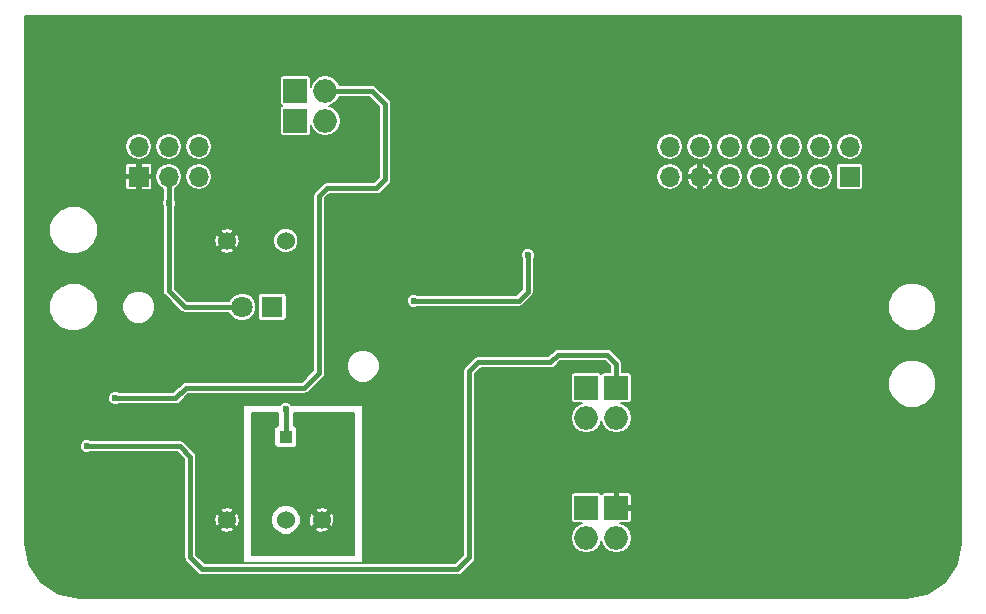
<source format=gbr>
G04 #@! TF.FileFunction,Copper,L2,Bot,Signal*
%FSLAX46Y46*%
G04 Gerber Fmt 4.6, Leading zero omitted, Abs format (unit mm)*
G04 Created by KiCad (PCBNEW 4.0.7-e1-6374~58~ubuntu17.04.1) date Mon Aug 21 14:59:55 2017*
%MOMM*%
%LPD*%
G01*
G04 APERTURE LIST*
%ADD10C,0.100000*%
%ADD11C,0.700000*%
%ADD12C,0.400000*%
%ADD13R,1.000000X1.000000*%
%ADD14R,1.800000X1.800000*%
%ADD15C,1.800000*%
%ADD16C,1.524000*%
%ADD17R,1.700000X1.700000*%
%ADD18O,1.700000X1.700000*%
%ADD19R,2.000000X2.000000*%
%ADD20O,2.000000X2.000000*%
%ADD21C,0.600000*%
%ADD22C,0.400000*%
%ADD23C,0.200000*%
G04 APERTURE END LIST*
D10*
D11*
X144780000Y-133350000D03*
X143510000Y-133350000D03*
X115570000Y-133350000D03*
X116840000Y-133350000D03*
X114300000Y-133350000D03*
X125095000Y-124841000D03*
X132080000Y-124714000D03*
X132080000Y-120015000D03*
X107442000Y-121158000D03*
X107442000Y-119888000D03*
X107442000Y-118618000D03*
X107442000Y-117348000D03*
X107442000Y-131318000D03*
X107442000Y-122428000D03*
X107442000Y-123698000D03*
X107442000Y-124968000D03*
X107442000Y-127508000D03*
X147256500Y-120840500D03*
X147256500Y-118300500D03*
X147256500Y-117030500D03*
X147256500Y-132270500D03*
X147256500Y-131000500D03*
X147256500Y-129730500D03*
X147256500Y-122110500D03*
X147256500Y-123380500D03*
X147256500Y-124650500D03*
X147256500Y-128460500D03*
X107188000Y-98171000D03*
X107188000Y-96901000D03*
X107188000Y-95631000D03*
X107188000Y-94361000D03*
X107188000Y-88011000D03*
X107188000Y-89281000D03*
X107188000Y-90551000D03*
X107188000Y-105791000D03*
X107188000Y-104521000D03*
X107188000Y-103251000D03*
X107188000Y-101981000D03*
X107188000Y-100711000D03*
X107188000Y-99441000D03*
X107188000Y-107061000D03*
X107188000Y-108331000D03*
X107188000Y-109601000D03*
X107188000Y-110871000D03*
X107188000Y-112141000D03*
X183324500Y-101536500D03*
X183324500Y-100266500D03*
X183324500Y-98996500D03*
X183324500Y-97726500D03*
X183324500Y-96456500D03*
X183324500Y-95186500D03*
X183324500Y-87566500D03*
X183324500Y-88836500D03*
X183324500Y-90106500D03*
X183324500Y-91376500D03*
X183324500Y-92646500D03*
X183324500Y-93916500D03*
X183324500Y-116776500D03*
X183324500Y-115506500D03*
X183324500Y-114236500D03*
X183324500Y-112966500D03*
X183324500Y-111696500D03*
X183324500Y-110426500D03*
X183324500Y-102806500D03*
X183324500Y-104076500D03*
X183324500Y-105346500D03*
X183324500Y-106616500D03*
X183324500Y-107886500D03*
X183324500Y-109156500D03*
X183324500Y-124396500D03*
X183324500Y-123126500D03*
X183324500Y-121856500D03*
X183324500Y-120586500D03*
X183324500Y-119316500D03*
X183324500Y-118046500D03*
X183324500Y-125666500D03*
X183324500Y-126936500D03*
X183324500Y-128206500D03*
X183324500Y-129476500D03*
X183324500Y-130746500D03*
X183324500Y-132016500D03*
X110490000Y-115951000D03*
X111760000Y-115951000D03*
X116840000Y-115951000D03*
X109220000Y-115951000D03*
X107950000Y-115951000D03*
X135890000Y-115951000D03*
X137160000Y-115951000D03*
X138430000Y-115951000D03*
X139700000Y-115951000D03*
X147320000Y-115951000D03*
X146050000Y-115951000D03*
X144780000Y-115951000D03*
X140970000Y-115951000D03*
X125730000Y-115951000D03*
X127000000Y-115951000D03*
X128270000Y-115951000D03*
X132080000Y-115951000D03*
X124460000Y-115951000D03*
X123190000Y-115951000D03*
X121920000Y-115951000D03*
X120650000Y-115951000D03*
X118110000Y-115951000D03*
X120142000Y-113284000D03*
X121412000Y-113284000D03*
X111252000Y-113284000D03*
X109982000Y-113284000D03*
X108712000Y-113284000D03*
X107442000Y-113284000D03*
X149225000Y-113284000D03*
X147955000Y-113284000D03*
X131572000Y-113284000D03*
X132842000Y-113284000D03*
X134112000Y-113284000D03*
X135382000Y-113284000D03*
X136652000Y-113284000D03*
X129032000Y-113284000D03*
X127762000Y-113284000D03*
X126492000Y-113284000D03*
X125222000Y-113284000D03*
X123952000Y-113284000D03*
X122682000Y-113284000D03*
X151130000Y-129413000D03*
X151130000Y-130683000D03*
X151130000Y-131953000D03*
X151130000Y-133350000D03*
X151130000Y-120523000D03*
X151130000Y-117983000D03*
X151130000Y-116713000D03*
X151130000Y-115443000D03*
X151130000Y-121793000D03*
X151130000Y-123063000D03*
X151130000Y-124333000D03*
X151130000Y-125603000D03*
X151130000Y-128143000D03*
X107950000Y-133350000D03*
X109220000Y-133350000D03*
X110490000Y-133350000D03*
X111760000Y-133350000D03*
X113030000Y-133350000D03*
X120650000Y-133350000D03*
X119380000Y-133350000D03*
X118110000Y-133350000D03*
X152400000Y-133350000D03*
X153670000Y-133350000D03*
X154940000Y-133350000D03*
X156210000Y-133350000D03*
X157480000Y-133350000D03*
X158750000Y-133350000D03*
X166370000Y-133350000D03*
X165100000Y-133350000D03*
X163830000Y-133350000D03*
X162560000Y-133350000D03*
X161290000Y-133350000D03*
X160020000Y-133350000D03*
X175260000Y-133350000D03*
X176530000Y-133350000D03*
X177800000Y-133350000D03*
X179070000Y-133350000D03*
X180340000Y-133350000D03*
X181610000Y-133350000D03*
X173990000Y-133350000D03*
X172720000Y-133350000D03*
X171450000Y-133350000D03*
X170180000Y-133350000D03*
X168910000Y-133350000D03*
X167640000Y-133350000D03*
X137160000Y-133350000D03*
X138430000Y-133350000D03*
X139700000Y-133350000D03*
X140970000Y-133350000D03*
X142240000Y-133350000D03*
X146050000Y-133350000D03*
X129540000Y-133350000D03*
X130810000Y-133350000D03*
X132080000Y-133350000D03*
X133350000Y-133350000D03*
X134620000Y-133350000D03*
X135890000Y-133350000D03*
X128270000Y-133350000D03*
X127000000Y-133350000D03*
X125730000Y-133350000D03*
X124460000Y-133350000D03*
X123190000Y-133350000D03*
X121920000Y-133350000D03*
X123825000Y-86360000D03*
X125095000Y-86360000D03*
X126365000Y-86360000D03*
X127635000Y-86360000D03*
X128905000Y-86360000D03*
X130175000Y-86360000D03*
X137795000Y-86360000D03*
X136525000Y-86360000D03*
X135255000Y-86360000D03*
X133985000Y-86360000D03*
X132715000Y-86360000D03*
X131445000Y-86360000D03*
X146685000Y-86360000D03*
X147955000Y-86360000D03*
X149225000Y-86360000D03*
X150495000Y-86360000D03*
X151765000Y-86360000D03*
X153035000Y-86360000D03*
X145415000Y-86360000D03*
X144145000Y-86360000D03*
X142875000Y-86360000D03*
X141605000Y-86360000D03*
X140335000Y-86360000D03*
X139065000Y-86360000D03*
X169545000Y-86360000D03*
X170815000Y-86360000D03*
X172085000Y-86360000D03*
X173355000Y-86360000D03*
X174625000Y-86360000D03*
X175895000Y-86360000D03*
X182245000Y-86360000D03*
X180975000Y-86360000D03*
X179705000Y-86360000D03*
X178435000Y-86360000D03*
X177165000Y-86360000D03*
X161925000Y-86360000D03*
X163195000Y-86360000D03*
X164465000Y-86360000D03*
X165735000Y-86360000D03*
X167005000Y-86360000D03*
X168275000Y-86360000D03*
X160655000Y-86360000D03*
X159385000Y-86360000D03*
X158115000Y-86360000D03*
X156845000Y-86360000D03*
X155575000Y-86360000D03*
X154305000Y-86360000D03*
X107315000Y-86360000D03*
X116205000Y-86360000D03*
X117475000Y-86360000D03*
X118745000Y-86360000D03*
X120015000Y-86360000D03*
X121285000Y-86360000D03*
X122555000Y-86360000D03*
X114935000Y-86360000D03*
X113665000Y-86360000D03*
X112395000Y-86360000D03*
X111125000Y-86360000D03*
X109855000Y-86360000D03*
X108585000Y-86360000D03*
D12*
X131699000Y-123190000D03*
X131699000Y-122682000D03*
X131699000Y-122174000D03*
X126492000Y-121920000D03*
X126492000Y-122428000D03*
X126492000Y-122936000D03*
X126365000Y-121412000D03*
X128524000Y-120396000D03*
X128524000Y-121920000D03*
X128524000Y-121412000D03*
X128524000Y-120904000D03*
X128524000Y-119888000D03*
X126365000Y-119888000D03*
X128524000Y-126492000D03*
X129032000Y-126492000D03*
X129540000Y-126492000D03*
X130048000Y-126492000D03*
X126365000Y-120396000D03*
X126365000Y-120904000D03*
X131572000Y-126492000D03*
X131064000Y-126492000D03*
X130556000Y-126492000D03*
X128778000Y-123317000D03*
X126492000Y-123571000D03*
X126492000Y-126746000D03*
X126492000Y-126111000D03*
X126492000Y-125603000D03*
X126492000Y-125095000D03*
X126492000Y-124587000D03*
X126492000Y-124079000D03*
X125857000Y-127127000D03*
X125857000Y-127635000D03*
X125857000Y-128143000D03*
X125857000Y-128651000D03*
X125857000Y-129159000D03*
X132080000Y-129286000D03*
X132080000Y-128778000D03*
X132080000Y-128270000D03*
X132080000Y-127762000D03*
X132080000Y-127254000D03*
X132080000Y-126746000D03*
X128270000Y-123444000D03*
X128270000Y-123952000D03*
X128270000Y-124460000D03*
X128270000Y-124968000D03*
X128270000Y-125476000D03*
X128270000Y-125984000D03*
X132080000Y-129794000D03*
X129032000Y-129794000D03*
X129540000Y-129794000D03*
X130048000Y-129794000D03*
X130556000Y-129794000D03*
X131064000Y-129794000D03*
X131572000Y-129794000D03*
X128524000Y-129794000D03*
X128016000Y-129794000D03*
X127508000Y-129794000D03*
X127000000Y-129794000D03*
X126492000Y-129794000D03*
D13*
X127444500Y-120967500D03*
D14*
X126318000Y-109996000D03*
D15*
X123778000Y-109996000D03*
D16*
X127468000Y-104394000D03*
X122468000Y-104394000D03*
D17*
X115015000Y-98947000D03*
D18*
X115015000Y-96407000D03*
X117555000Y-98947000D03*
X117555000Y-96407000D03*
X120095000Y-98947000D03*
X120095000Y-96407000D03*
D17*
X175213000Y-98947000D03*
D18*
X175213000Y-96407000D03*
X172673000Y-98947000D03*
X172673000Y-96407000D03*
X170133000Y-98947000D03*
X170133000Y-96407000D03*
X167593000Y-98947000D03*
X167593000Y-96407000D03*
X165053000Y-98947000D03*
X165053000Y-96407000D03*
X162513000Y-98947000D03*
X162513000Y-96407000D03*
X159973000Y-98947000D03*
X159973000Y-96407000D03*
D16*
X130492500Y-128016000D03*
X127468000Y-128016000D03*
X122468000Y-128016000D03*
D19*
X128270000Y-91694000D03*
D20*
X130810000Y-91694000D03*
D19*
X128270000Y-94234000D03*
D20*
X130810000Y-94234000D03*
D19*
X155448000Y-127000000D03*
D20*
X155448000Y-129540000D03*
D19*
X155448000Y-116840000D03*
D20*
X155448000Y-119380000D03*
D19*
X152908000Y-127000000D03*
D20*
X152908000Y-129540000D03*
D19*
X152908000Y-116840000D03*
D20*
X152908000Y-119380000D03*
D12*
X125984000Y-129794000D03*
D21*
X110617000Y-121793000D03*
X117602000Y-101219000D03*
X127442000Y-118618000D03*
X113030000Y-117729000D03*
X147955000Y-105600500D03*
X138303000Y-109474000D03*
D22*
X155448000Y-116840000D02*
X155448000Y-114808000D01*
X118491000Y-121793000D02*
X110617000Y-121793000D01*
X119380000Y-122682000D02*
X118491000Y-121793000D01*
X119380000Y-131191000D02*
X119380000Y-122682000D01*
X120396000Y-132207000D02*
X119380000Y-131191000D01*
X141986000Y-132207000D02*
X120396000Y-132207000D01*
X143002000Y-131191000D02*
X141986000Y-132207000D01*
X143002000Y-115443000D02*
X143002000Y-131191000D01*
X143764000Y-114681000D02*
X143002000Y-115443000D01*
X149860000Y-114681000D02*
X143764000Y-114681000D01*
X150495000Y-114046000D02*
X149860000Y-114681000D01*
X154686000Y-114046000D02*
X150495000Y-114046000D01*
X155448000Y-114808000D02*
X154686000Y-114046000D01*
X117602000Y-101219000D02*
X117555000Y-101219000D01*
X117555000Y-101219000D02*
X117602000Y-101219000D01*
X117602000Y-101219000D02*
X117555000Y-101219000D01*
X117555000Y-98947000D02*
X117555000Y-101219000D01*
X117555000Y-101219000D02*
X117555000Y-108665000D01*
X117555000Y-108665000D02*
X118886000Y-109996000D01*
X118886000Y-109996000D02*
X123778000Y-109996000D01*
X115015000Y-96407000D02*
X114888000Y-96407000D01*
X127444500Y-118620500D02*
X127442000Y-118618000D01*
X127444500Y-120967500D02*
X127444500Y-118620500D01*
X130810000Y-91694000D02*
X134747000Y-91694000D01*
X118110000Y-117729000D02*
X113030000Y-117729000D01*
X118999000Y-116840000D02*
X118110000Y-117729000D01*
X129032000Y-116840000D02*
X118999000Y-116840000D01*
X130302000Y-115570000D02*
X129032000Y-116840000D01*
X130302000Y-100584000D02*
X130302000Y-115570000D01*
X130937000Y-99949000D02*
X130302000Y-100584000D01*
X135128000Y-99949000D02*
X130937000Y-99949000D01*
X135890000Y-99187000D02*
X135128000Y-99949000D01*
X135890000Y-92837000D02*
X135890000Y-99187000D01*
X134747000Y-91694000D02*
X135890000Y-92837000D01*
X147193000Y-109474000D02*
X138303000Y-109474000D01*
X147955000Y-108712000D02*
X147193000Y-109474000D01*
X147955000Y-108712000D02*
X147955000Y-105600500D01*
D23*
G36*
X184650000Y-129965527D02*
X184289705Y-131776854D01*
X183283199Y-133283198D01*
X181776854Y-134289705D01*
X179965527Y-134650000D01*
X110034473Y-134650000D01*
X108223146Y-134289705D01*
X106716802Y-133283199D01*
X105710295Y-131776854D01*
X105350000Y-129965527D01*
X105350000Y-121911824D01*
X110016896Y-121911824D01*
X110108048Y-122132429D01*
X110276683Y-122301359D01*
X110497129Y-122392896D01*
X110735824Y-122393104D01*
X110956429Y-122301952D01*
X110965397Y-122293000D01*
X118283894Y-122293000D01*
X118880000Y-122889106D01*
X118880000Y-131191000D01*
X118918060Y-131382342D01*
X119026447Y-131544553D01*
X120042447Y-132560553D01*
X120204658Y-132668940D01*
X120396000Y-132707000D01*
X141986000Y-132707000D01*
X142177342Y-132668940D01*
X142339553Y-132560553D01*
X143355553Y-131544553D01*
X143463940Y-131382342D01*
X143502000Y-131191000D01*
X143502000Y-129540000D01*
X151582531Y-129540000D01*
X151681488Y-130037488D01*
X151963292Y-130459239D01*
X152385043Y-130741043D01*
X152882531Y-130840000D01*
X152933469Y-130840000D01*
X153430957Y-130741043D01*
X153852708Y-130459239D01*
X154134512Y-130037488D01*
X154178000Y-129818860D01*
X154221488Y-130037488D01*
X154503292Y-130459239D01*
X154925043Y-130741043D01*
X155422531Y-130840000D01*
X155473469Y-130840000D01*
X155970957Y-130741043D01*
X156392708Y-130459239D01*
X156674512Y-130037488D01*
X156773469Y-129540000D01*
X156674512Y-129042512D01*
X156392708Y-128620761D01*
X155970957Y-128338957D01*
X155775108Y-128300000D01*
X156507674Y-128300000D01*
X156617937Y-128254328D01*
X156702328Y-128169936D01*
X156748000Y-128059673D01*
X156748000Y-127225000D01*
X156673000Y-127150000D01*
X155598000Y-127150000D01*
X155598000Y-127170000D01*
X155298000Y-127170000D01*
X155298000Y-127150000D01*
X155278000Y-127150000D01*
X155278000Y-126850000D01*
X155298000Y-126850000D01*
X155298000Y-125775000D01*
X155598000Y-125775000D01*
X155598000Y-126850000D01*
X156673000Y-126850000D01*
X156748000Y-126775000D01*
X156748000Y-125940327D01*
X156702328Y-125830064D01*
X156617937Y-125745672D01*
X156507674Y-125700000D01*
X155673000Y-125700000D01*
X155598000Y-125775000D01*
X155298000Y-125775000D01*
X155223000Y-125700000D01*
X154388326Y-125700000D01*
X154278063Y-125745672D01*
X154193672Y-125830064D01*
X154178584Y-125866489D01*
X154127255Y-125786721D01*
X154027003Y-125718222D01*
X153908000Y-125694123D01*
X151908000Y-125694123D01*
X151796827Y-125715042D01*
X151694721Y-125780745D01*
X151626222Y-125880997D01*
X151602123Y-126000000D01*
X151602123Y-128000000D01*
X151623042Y-128111173D01*
X151688745Y-128213279D01*
X151788997Y-128281778D01*
X151908000Y-128305877D01*
X152551347Y-128305877D01*
X152385043Y-128338957D01*
X151963292Y-128620761D01*
X151681488Y-129042512D01*
X151582531Y-129540000D01*
X143502000Y-129540000D01*
X143502000Y-115650106D01*
X143971107Y-115181000D01*
X149860000Y-115181000D01*
X150051342Y-115142940D01*
X150213553Y-115034553D01*
X150702107Y-114546000D01*
X154478894Y-114546000D01*
X154948000Y-115015107D01*
X154948000Y-115534123D01*
X154448000Y-115534123D01*
X154336827Y-115555042D01*
X154234721Y-115620745D01*
X154177396Y-115704643D01*
X154127255Y-115626721D01*
X154027003Y-115558222D01*
X153908000Y-115534123D01*
X151908000Y-115534123D01*
X151796827Y-115555042D01*
X151694721Y-115620745D01*
X151626222Y-115720997D01*
X151602123Y-115840000D01*
X151602123Y-117840000D01*
X151623042Y-117951173D01*
X151688745Y-118053279D01*
X151788997Y-118121778D01*
X151908000Y-118145877D01*
X152551347Y-118145877D01*
X152385043Y-118178957D01*
X151963292Y-118460761D01*
X151681488Y-118882512D01*
X151582531Y-119380000D01*
X151681488Y-119877488D01*
X151963292Y-120299239D01*
X152385043Y-120581043D01*
X152882531Y-120680000D01*
X152933469Y-120680000D01*
X153430957Y-120581043D01*
X153852708Y-120299239D01*
X154134512Y-119877488D01*
X154178000Y-119658860D01*
X154221488Y-119877488D01*
X154503292Y-120299239D01*
X154925043Y-120581043D01*
X155422531Y-120680000D01*
X155473469Y-120680000D01*
X155970957Y-120581043D01*
X156392708Y-120299239D01*
X156674512Y-119877488D01*
X156773469Y-119380000D01*
X156674512Y-118882512D01*
X156392708Y-118460761D01*
X155970957Y-118178957D01*
X155804653Y-118145877D01*
X156448000Y-118145877D01*
X156559173Y-118124958D01*
X156661279Y-118059255D01*
X156729778Y-117959003D01*
X156753877Y-117840000D01*
X156753877Y-116897981D01*
X178449645Y-116897981D01*
X178761081Y-117651715D01*
X179337252Y-118228892D01*
X180090441Y-118541643D01*
X180905981Y-118542355D01*
X181659715Y-118230919D01*
X182236892Y-117654748D01*
X182549643Y-116901559D01*
X182550355Y-116086019D01*
X182238919Y-115332285D01*
X181662748Y-114755108D01*
X180909559Y-114442357D01*
X180094019Y-114441645D01*
X179340285Y-114753081D01*
X178763108Y-115329252D01*
X178450357Y-116082441D01*
X178449645Y-116897981D01*
X156753877Y-116897981D01*
X156753877Y-115840000D01*
X156732958Y-115728827D01*
X156667255Y-115626721D01*
X156567003Y-115558222D01*
X156448000Y-115534123D01*
X155948000Y-115534123D01*
X155948000Y-114808000D01*
X155909940Y-114616658D01*
X155862727Y-114546000D01*
X155801554Y-114454447D01*
X155039553Y-113692447D01*
X154877342Y-113584060D01*
X154686000Y-113546000D01*
X150495000Y-113546000D01*
X150303658Y-113584060D01*
X150279439Y-113600243D01*
X150141447Y-113692446D01*
X149652894Y-114181000D01*
X143764000Y-114181000D01*
X143572658Y-114219060D01*
X143507686Y-114262474D01*
X143410447Y-114327446D01*
X142648447Y-115089447D01*
X142540060Y-115251658D01*
X142502000Y-115443000D01*
X142502000Y-130983894D01*
X141778894Y-131707000D01*
X120603106Y-131707000D01*
X119880000Y-130983894D01*
X119880000Y-128826755D01*
X121869377Y-128826755D01*
X121959032Y-128971730D01*
X122363516Y-129093752D01*
X122783908Y-129051697D01*
X122976968Y-128971730D01*
X123066623Y-128826755D01*
X122468000Y-128228132D01*
X121869377Y-128826755D01*
X119880000Y-128826755D01*
X119880000Y-127911516D01*
X121390248Y-127911516D01*
X121432303Y-128331908D01*
X121512270Y-128524968D01*
X121657245Y-128614623D01*
X122255868Y-128016000D01*
X122680132Y-128016000D01*
X123278755Y-128614623D01*
X123423730Y-128524968D01*
X123545752Y-128120484D01*
X123503697Y-127700092D01*
X123423730Y-127507032D01*
X123278755Y-127417377D01*
X122680132Y-128016000D01*
X122255868Y-128016000D01*
X121657245Y-127417377D01*
X121512270Y-127507032D01*
X121390248Y-127911516D01*
X119880000Y-127911516D01*
X119880000Y-127205245D01*
X121869377Y-127205245D01*
X122468000Y-127803868D01*
X123066623Y-127205245D01*
X122976968Y-127060270D01*
X122572484Y-126938248D01*
X122152092Y-126980303D01*
X121959032Y-127060270D01*
X121869377Y-127205245D01*
X119880000Y-127205245D01*
X119880000Y-122682000D01*
X119841940Y-122490658D01*
X119733553Y-122328447D01*
X118844553Y-121439447D01*
X118682342Y-121331060D01*
X118491000Y-121293000D01*
X110965661Y-121293000D01*
X110957317Y-121284641D01*
X110736871Y-121193104D01*
X110498176Y-121192896D01*
X110277571Y-121284048D01*
X110108641Y-121452683D01*
X110017104Y-121673129D01*
X110016896Y-121911824D01*
X105350000Y-121911824D01*
X105350000Y-118364000D01*
X123852000Y-118364000D01*
X123852000Y-131572000D01*
X123859879Y-131610906D01*
X123882273Y-131643681D01*
X123915654Y-131665161D01*
X123952000Y-131672000D01*
X133858000Y-131672000D01*
X133896906Y-131664121D01*
X133929681Y-131641727D01*
X133951161Y-131608346D01*
X133958000Y-131572000D01*
X133958000Y-118364000D01*
X133950121Y-118325094D01*
X133927727Y-118292319D01*
X133894346Y-118270839D01*
X133858000Y-118264000D01*
X127936406Y-118264000D01*
X127782317Y-118109641D01*
X127561871Y-118018104D01*
X127323176Y-118017896D01*
X127102571Y-118109048D01*
X126947348Y-118264000D01*
X123952000Y-118264000D01*
X123913094Y-118271879D01*
X123880319Y-118294273D01*
X123858839Y-118327654D01*
X123852000Y-118364000D01*
X105350000Y-118364000D01*
X105350000Y-117847824D01*
X112429896Y-117847824D01*
X112521048Y-118068429D01*
X112689683Y-118237359D01*
X112910129Y-118328896D01*
X113148824Y-118329104D01*
X113369429Y-118237952D01*
X113378397Y-118229000D01*
X118110000Y-118229000D01*
X118301342Y-118190940D01*
X118463553Y-118082553D01*
X119206106Y-117340000D01*
X129032000Y-117340000D01*
X129223342Y-117301940D01*
X129385553Y-117193553D01*
X130655553Y-115923554D01*
X130763940Y-115761342D01*
X130802000Y-115570000D01*
X130802000Y-115277256D01*
X132599757Y-115277256D01*
X132812445Y-115792000D01*
X133205928Y-116186170D01*
X133720301Y-116399757D01*
X134277256Y-116400243D01*
X134792000Y-116187555D01*
X135186170Y-115794072D01*
X135399757Y-115279699D01*
X135400243Y-114722744D01*
X135187555Y-114208000D01*
X134794072Y-113813830D01*
X134279699Y-113600243D01*
X133722744Y-113599757D01*
X133208000Y-113812445D01*
X132813830Y-114205928D01*
X132600243Y-114720301D01*
X132599757Y-115277256D01*
X130802000Y-115277256D01*
X130802000Y-110397981D01*
X178449645Y-110397981D01*
X178761081Y-111151715D01*
X179337252Y-111728892D01*
X180090441Y-112041643D01*
X180905981Y-112042355D01*
X181659715Y-111730919D01*
X182236892Y-111154748D01*
X182549643Y-110401559D01*
X182550355Y-109586019D01*
X182238919Y-108832285D01*
X181662748Y-108255108D01*
X180909559Y-107942357D01*
X180094019Y-107941645D01*
X179340285Y-108253081D01*
X178763108Y-108829252D01*
X178450357Y-109582441D01*
X178449645Y-110397981D01*
X130802000Y-110397981D01*
X130802000Y-109592824D01*
X137702896Y-109592824D01*
X137794048Y-109813429D01*
X137962683Y-109982359D01*
X138183129Y-110073896D01*
X138421824Y-110074104D01*
X138642429Y-109982952D01*
X138651397Y-109974000D01*
X147193000Y-109974000D01*
X147384342Y-109935940D01*
X147546553Y-109827553D01*
X148308554Y-109065553D01*
X148375709Y-108965048D01*
X148416940Y-108903342D01*
X148455000Y-108712000D01*
X148455000Y-105949161D01*
X148463359Y-105940817D01*
X148554896Y-105720371D01*
X148555104Y-105481676D01*
X148463952Y-105261071D01*
X148295317Y-105092141D01*
X148074871Y-105000604D01*
X147836176Y-105000396D01*
X147615571Y-105091548D01*
X147446641Y-105260183D01*
X147355104Y-105480629D01*
X147354896Y-105719324D01*
X147446048Y-105939929D01*
X147455000Y-105948897D01*
X147455000Y-108504893D01*
X146985894Y-108974000D01*
X138651661Y-108974000D01*
X138643317Y-108965641D01*
X138422871Y-108874104D01*
X138184176Y-108873896D01*
X137963571Y-108965048D01*
X137794641Y-109133683D01*
X137703104Y-109354129D01*
X137702896Y-109592824D01*
X130802000Y-109592824D01*
X130802000Y-100791106D01*
X131144107Y-100449000D01*
X135128000Y-100449000D01*
X135319342Y-100410940D01*
X135481553Y-100302553D01*
X136243554Y-99540553D01*
X136331043Y-99409616D01*
X136351940Y-99378342D01*
X136390000Y-99187000D01*
X136390000Y-98924470D01*
X158823000Y-98924470D01*
X158823000Y-98969530D01*
X158910539Y-99409616D01*
X159159827Y-99782703D01*
X159532914Y-100031991D01*
X159973000Y-100119530D01*
X160413086Y-100031991D01*
X160786173Y-99782703D01*
X161035461Y-99409616D01*
X161062532Y-99273518D01*
X161410313Y-99273518D01*
X161619203Y-99670643D01*
X161964165Y-99957600D01*
X162186484Y-100049672D01*
X162363000Y-100011483D01*
X162363000Y-99097000D01*
X162663000Y-99097000D01*
X162663000Y-100011483D01*
X162839516Y-100049672D01*
X163061835Y-99957600D01*
X163406797Y-99670643D01*
X163615687Y-99273518D01*
X163578190Y-99097000D01*
X162663000Y-99097000D01*
X162363000Y-99097000D01*
X161447810Y-99097000D01*
X161410313Y-99273518D01*
X161062532Y-99273518D01*
X161123000Y-98969530D01*
X161123000Y-98924470D01*
X163903000Y-98924470D01*
X163903000Y-98969530D01*
X163990539Y-99409616D01*
X164239827Y-99782703D01*
X164612914Y-100031991D01*
X165053000Y-100119530D01*
X165493086Y-100031991D01*
X165866173Y-99782703D01*
X166115461Y-99409616D01*
X166203000Y-98969530D01*
X166203000Y-98924470D01*
X166443000Y-98924470D01*
X166443000Y-98969530D01*
X166530539Y-99409616D01*
X166779827Y-99782703D01*
X167152914Y-100031991D01*
X167593000Y-100119530D01*
X168033086Y-100031991D01*
X168406173Y-99782703D01*
X168655461Y-99409616D01*
X168743000Y-98969530D01*
X168743000Y-98924470D01*
X168983000Y-98924470D01*
X168983000Y-98969530D01*
X169070539Y-99409616D01*
X169319827Y-99782703D01*
X169692914Y-100031991D01*
X170133000Y-100119530D01*
X170573086Y-100031991D01*
X170946173Y-99782703D01*
X171195461Y-99409616D01*
X171283000Y-98969530D01*
X171283000Y-98924470D01*
X171523000Y-98924470D01*
X171523000Y-98969530D01*
X171610539Y-99409616D01*
X171859827Y-99782703D01*
X172232914Y-100031991D01*
X172673000Y-100119530D01*
X173113086Y-100031991D01*
X173486173Y-99782703D01*
X173735461Y-99409616D01*
X173823000Y-98969530D01*
X173823000Y-98924470D01*
X173735461Y-98484384D01*
X173486173Y-98111297D01*
X173464776Y-98097000D01*
X174057123Y-98097000D01*
X174057123Y-99797000D01*
X174078042Y-99908173D01*
X174143745Y-100010279D01*
X174243997Y-100078778D01*
X174363000Y-100102877D01*
X176063000Y-100102877D01*
X176174173Y-100081958D01*
X176276279Y-100016255D01*
X176344778Y-99916003D01*
X176368877Y-99797000D01*
X176368877Y-98097000D01*
X176347958Y-97985827D01*
X176282255Y-97883721D01*
X176182003Y-97815222D01*
X176063000Y-97791123D01*
X174363000Y-97791123D01*
X174251827Y-97812042D01*
X174149721Y-97877745D01*
X174081222Y-97977997D01*
X174057123Y-98097000D01*
X173464776Y-98097000D01*
X173113086Y-97862009D01*
X172673000Y-97774470D01*
X172232914Y-97862009D01*
X171859827Y-98111297D01*
X171610539Y-98484384D01*
X171523000Y-98924470D01*
X171283000Y-98924470D01*
X171195461Y-98484384D01*
X170946173Y-98111297D01*
X170573086Y-97862009D01*
X170133000Y-97774470D01*
X169692914Y-97862009D01*
X169319827Y-98111297D01*
X169070539Y-98484384D01*
X168983000Y-98924470D01*
X168743000Y-98924470D01*
X168655461Y-98484384D01*
X168406173Y-98111297D01*
X168033086Y-97862009D01*
X167593000Y-97774470D01*
X167152914Y-97862009D01*
X166779827Y-98111297D01*
X166530539Y-98484384D01*
X166443000Y-98924470D01*
X166203000Y-98924470D01*
X166115461Y-98484384D01*
X165866173Y-98111297D01*
X165493086Y-97862009D01*
X165053000Y-97774470D01*
X164612914Y-97862009D01*
X164239827Y-98111297D01*
X163990539Y-98484384D01*
X163903000Y-98924470D01*
X161123000Y-98924470D01*
X161062533Y-98620482D01*
X161410313Y-98620482D01*
X161447810Y-98797000D01*
X162363000Y-98797000D01*
X162363000Y-97882517D01*
X162663000Y-97882517D01*
X162663000Y-98797000D01*
X163578190Y-98797000D01*
X163615687Y-98620482D01*
X163406797Y-98223357D01*
X163061835Y-97936400D01*
X162839516Y-97844328D01*
X162663000Y-97882517D01*
X162363000Y-97882517D01*
X162186484Y-97844328D01*
X161964165Y-97936400D01*
X161619203Y-98223357D01*
X161410313Y-98620482D01*
X161062533Y-98620482D01*
X161035461Y-98484384D01*
X160786173Y-98111297D01*
X160413086Y-97862009D01*
X159973000Y-97774470D01*
X159532914Y-97862009D01*
X159159827Y-98111297D01*
X158910539Y-98484384D01*
X158823000Y-98924470D01*
X136390000Y-98924470D01*
X136390000Y-96384470D01*
X158823000Y-96384470D01*
X158823000Y-96429530D01*
X158910539Y-96869616D01*
X159159827Y-97242703D01*
X159532914Y-97491991D01*
X159973000Y-97579530D01*
X160413086Y-97491991D01*
X160786173Y-97242703D01*
X161035461Y-96869616D01*
X161123000Y-96429530D01*
X161123000Y-96384470D01*
X161363000Y-96384470D01*
X161363000Y-96429530D01*
X161450539Y-96869616D01*
X161699827Y-97242703D01*
X162072914Y-97491991D01*
X162513000Y-97579530D01*
X162953086Y-97491991D01*
X163326173Y-97242703D01*
X163575461Y-96869616D01*
X163663000Y-96429530D01*
X163663000Y-96384470D01*
X163903000Y-96384470D01*
X163903000Y-96429530D01*
X163990539Y-96869616D01*
X164239827Y-97242703D01*
X164612914Y-97491991D01*
X165053000Y-97579530D01*
X165493086Y-97491991D01*
X165866173Y-97242703D01*
X166115461Y-96869616D01*
X166203000Y-96429530D01*
X166203000Y-96384470D01*
X166443000Y-96384470D01*
X166443000Y-96429530D01*
X166530539Y-96869616D01*
X166779827Y-97242703D01*
X167152914Y-97491991D01*
X167593000Y-97579530D01*
X168033086Y-97491991D01*
X168406173Y-97242703D01*
X168655461Y-96869616D01*
X168743000Y-96429530D01*
X168743000Y-96384470D01*
X168983000Y-96384470D01*
X168983000Y-96429530D01*
X169070539Y-96869616D01*
X169319827Y-97242703D01*
X169692914Y-97491991D01*
X170133000Y-97579530D01*
X170573086Y-97491991D01*
X170946173Y-97242703D01*
X171195461Y-96869616D01*
X171283000Y-96429530D01*
X171283000Y-96384470D01*
X171523000Y-96384470D01*
X171523000Y-96429530D01*
X171610539Y-96869616D01*
X171859827Y-97242703D01*
X172232914Y-97491991D01*
X172673000Y-97579530D01*
X173113086Y-97491991D01*
X173486173Y-97242703D01*
X173735461Y-96869616D01*
X173823000Y-96429530D01*
X173823000Y-96384470D01*
X174063000Y-96384470D01*
X174063000Y-96429530D01*
X174150539Y-96869616D01*
X174399827Y-97242703D01*
X174772914Y-97491991D01*
X175213000Y-97579530D01*
X175653086Y-97491991D01*
X176026173Y-97242703D01*
X176275461Y-96869616D01*
X176363000Y-96429530D01*
X176363000Y-96384470D01*
X176275461Y-95944384D01*
X176026173Y-95571297D01*
X175653086Y-95322009D01*
X175213000Y-95234470D01*
X174772914Y-95322009D01*
X174399827Y-95571297D01*
X174150539Y-95944384D01*
X174063000Y-96384470D01*
X173823000Y-96384470D01*
X173735461Y-95944384D01*
X173486173Y-95571297D01*
X173113086Y-95322009D01*
X172673000Y-95234470D01*
X172232914Y-95322009D01*
X171859827Y-95571297D01*
X171610539Y-95944384D01*
X171523000Y-96384470D01*
X171283000Y-96384470D01*
X171195461Y-95944384D01*
X170946173Y-95571297D01*
X170573086Y-95322009D01*
X170133000Y-95234470D01*
X169692914Y-95322009D01*
X169319827Y-95571297D01*
X169070539Y-95944384D01*
X168983000Y-96384470D01*
X168743000Y-96384470D01*
X168655461Y-95944384D01*
X168406173Y-95571297D01*
X168033086Y-95322009D01*
X167593000Y-95234470D01*
X167152914Y-95322009D01*
X166779827Y-95571297D01*
X166530539Y-95944384D01*
X166443000Y-96384470D01*
X166203000Y-96384470D01*
X166115461Y-95944384D01*
X165866173Y-95571297D01*
X165493086Y-95322009D01*
X165053000Y-95234470D01*
X164612914Y-95322009D01*
X164239827Y-95571297D01*
X163990539Y-95944384D01*
X163903000Y-96384470D01*
X163663000Y-96384470D01*
X163575461Y-95944384D01*
X163326173Y-95571297D01*
X162953086Y-95322009D01*
X162513000Y-95234470D01*
X162072914Y-95322009D01*
X161699827Y-95571297D01*
X161450539Y-95944384D01*
X161363000Y-96384470D01*
X161123000Y-96384470D01*
X161035461Y-95944384D01*
X160786173Y-95571297D01*
X160413086Y-95322009D01*
X159973000Y-95234470D01*
X159532914Y-95322009D01*
X159159827Y-95571297D01*
X158910539Y-95944384D01*
X158823000Y-96384470D01*
X136390000Y-96384470D01*
X136390000Y-92837000D01*
X136351940Y-92645658D01*
X136243553Y-92483447D01*
X135100553Y-91340447D01*
X134938342Y-91232060D01*
X134747000Y-91194000D01*
X132015609Y-91194000D01*
X132011043Y-91171043D01*
X131729239Y-90749292D01*
X131307488Y-90467488D01*
X130810000Y-90368531D01*
X130312512Y-90467488D01*
X129890761Y-90749292D01*
X129608957Y-91171043D01*
X129575877Y-91337347D01*
X129575877Y-90694000D01*
X129554958Y-90582827D01*
X129489255Y-90480721D01*
X129389003Y-90412222D01*
X129270000Y-90388123D01*
X127270000Y-90388123D01*
X127158827Y-90409042D01*
X127056721Y-90474745D01*
X126988222Y-90574997D01*
X126964123Y-90694000D01*
X126964123Y-92694000D01*
X126985042Y-92805173D01*
X127050745Y-92907279D01*
X127134643Y-92964604D01*
X127056721Y-93014745D01*
X126988222Y-93114997D01*
X126964123Y-93234000D01*
X126964123Y-95234000D01*
X126985042Y-95345173D01*
X127050745Y-95447279D01*
X127150997Y-95515778D01*
X127270000Y-95539877D01*
X129270000Y-95539877D01*
X129381173Y-95518958D01*
X129483279Y-95453255D01*
X129551778Y-95353003D01*
X129575877Y-95234000D01*
X129575877Y-94590653D01*
X129608957Y-94756957D01*
X129890761Y-95178708D01*
X130312512Y-95460512D01*
X130810000Y-95559469D01*
X131307488Y-95460512D01*
X131729239Y-95178708D01*
X132011043Y-94756957D01*
X132110000Y-94259469D01*
X132110000Y-94208531D01*
X132011043Y-93711043D01*
X131729239Y-93289292D01*
X131307488Y-93007488D01*
X131088860Y-92964000D01*
X131307488Y-92920512D01*
X131729239Y-92638708D01*
X132011043Y-92216957D01*
X132015609Y-92194000D01*
X134539894Y-92194000D01*
X135390000Y-93044106D01*
X135390000Y-98979893D01*
X134920894Y-99449000D01*
X130937000Y-99449000D01*
X130745658Y-99487060D01*
X130680686Y-99530474D01*
X130583447Y-99595446D01*
X129948447Y-100230447D01*
X129840060Y-100392658D01*
X129802000Y-100584000D01*
X129802000Y-115362893D01*
X128824894Y-116340000D01*
X118999000Y-116340000D01*
X118807658Y-116378060D01*
X118645447Y-116486447D01*
X117902894Y-117229000D01*
X113378661Y-117229000D01*
X113370317Y-117220641D01*
X113149871Y-117129104D01*
X112911176Y-117128896D01*
X112690571Y-117220048D01*
X112521641Y-117388683D01*
X112430104Y-117609129D01*
X112429896Y-117847824D01*
X105350000Y-117847824D01*
X105350000Y-110405981D01*
X107449645Y-110405981D01*
X107761081Y-111159715D01*
X108337252Y-111736892D01*
X109090441Y-112049643D01*
X109905981Y-112050355D01*
X110659715Y-111738919D01*
X111236892Y-111162748D01*
X111549643Y-110409559D01*
X111549758Y-110277256D01*
X113599757Y-110277256D01*
X113812445Y-110792000D01*
X114205928Y-111186170D01*
X114720301Y-111399757D01*
X115277256Y-111400243D01*
X115792000Y-111187555D01*
X116186170Y-110794072D01*
X116399757Y-110279699D01*
X116400243Y-109722744D01*
X116187555Y-109208000D01*
X115794072Y-108813830D01*
X115279699Y-108600243D01*
X114722744Y-108599757D01*
X114208000Y-108812445D01*
X113813830Y-109205928D01*
X113600243Y-109720301D01*
X113599757Y-110277256D01*
X111549758Y-110277256D01*
X111550355Y-109594019D01*
X111238919Y-108840285D01*
X110662748Y-108263108D01*
X109909559Y-107950357D01*
X109094019Y-107949645D01*
X108340285Y-108261081D01*
X107763108Y-108837252D01*
X107450357Y-109590441D01*
X107449645Y-110405981D01*
X105350000Y-110405981D01*
X105350000Y-103905981D01*
X107449645Y-103905981D01*
X107761081Y-104659715D01*
X108337252Y-105236892D01*
X109090441Y-105549643D01*
X109905981Y-105550355D01*
X110659715Y-105238919D01*
X111236892Y-104662748D01*
X111549643Y-103909559D01*
X111550355Y-103094019D01*
X111238919Y-102340285D01*
X110662748Y-101763108D01*
X109909559Y-101450357D01*
X109094019Y-101449645D01*
X108340285Y-101761081D01*
X107763108Y-102337252D01*
X107450357Y-103090441D01*
X107449645Y-103905981D01*
X105350000Y-103905981D01*
X105350000Y-99172000D01*
X113865000Y-99172000D01*
X113865000Y-99856674D01*
X113910672Y-99966937D01*
X113995064Y-100051328D01*
X114105327Y-100097000D01*
X114790000Y-100097000D01*
X114865000Y-100022000D01*
X114865000Y-99097000D01*
X115165000Y-99097000D01*
X115165000Y-100022000D01*
X115240000Y-100097000D01*
X115924673Y-100097000D01*
X116034936Y-100051328D01*
X116119328Y-99966937D01*
X116165000Y-99856674D01*
X116165000Y-99172000D01*
X116090000Y-99097000D01*
X115165000Y-99097000D01*
X114865000Y-99097000D01*
X113940000Y-99097000D01*
X113865000Y-99172000D01*
X105350000Y-99172000D01*
X105350000Y-98924470D01*
X116405000Y-98924470D01*
X116405000Y-98969530D01*
X116492539Y-99409616D01*
X116741827Y-99782703D01*
X117055000Y-99991958D01*
X117055000Y-100971741D01*
X117002104Y-101099129D01*
X117001896Y-101337824D01*
X117055000Y-101466346D01*
X117055000Y-108665000D01*
X117084604Y-108813830D01*
X117093060Y-108856342D01*
X117201447Y-109018553D01*
X118532446Y-110349553D01*
X118622251Y-110409559D01*
X118694658Y-110457940D01*
X118886000Y-110496000D01*
X122686195Y-110496000D01*
X122760097Y-110674857D01*
X123097367Y-111012717D01*
X123538258Y-111195791D01*
X124015647Y-111196207D01*
X124456857Y-111013903D01*
X124794717Y-110676633D01*
X124977791Y-110235742D01*
X124978207Y-109758353D01*
X124795903Y-109317143D01*
X124575147Y-109096000D01*
X125112123Y-109096000D01*
X125112123Y-110896000D01*
X125133042Y-111007173D01*
X125198745Y-111109279D01*
X125298997Y-111177778D01*
X125418000Y-111201877D01*
X127218000Y-111201877D01*
X127329173Y-111180958D01*
X127431279Y-111115255D01*
X127499778Y-111015003D01*
X127523877Y-110896000D01*
X127523877Y-109096000D01*
X127502958Y-108984827D01*
X127437255Y-108882721D01*
X127337003Y-108814222D01*
X127218000Y-108790123D01*
X125418000Y-108790123D01*
X125306827Y-108811042D01*
X125204721Y-108876745D01*
X125136222Y-108976997D01*
X125112123Y-109096000D01*
X124575147Y-109096000D01*
X124458633Y-108979283D01*
X124017742Y-108796209D01*
X123540353Y-108795793D01*
X123099143Y-108978097D01*
X122761283Y-109315367D01*
X122686278Y-109496000D01*
X119093107Y-109496000D01*
X118055000Y-108457894D01*
X118055000Y-105204755D01*
X121869377Y-105204755D01*
X121959032Y-105349730D01*
X122363516Y-105471752D01*
X122783908Y-105429697D01*
X122976968Y-105349730D01*
X123066623Y-105204755D01*
X122468000Y-104606132D01*
X121869377Y-105204755D01*
X118055000Y-105204755D01*
X118055000Y-104289516D01*
X121390248Y-104289516D01*
X121432303Y-104709908D01*
X121512270Y-104902968D01*
X121657245Y-104992623D01*
X122255868Y-104394000D01*
X122680132Y-104394000D01*
X123278755Y-104992623D01*
X123423730Y-104902968D01*
X123513824Y-104604318D01*
X126405816Y-104604318D01*
X126567155Y-104994789D01*
X126865640Y-105293795D01*
X127255828Y-105455815D01*
X127678318Y-105456184D01*
X128068789Y-105294845D01*
X128367795Y-104996360D01*
X128529815Y-104606172D01*
X128530184Y-104183682D01*
X128368845Y-103793211D01*
X128070360Y-103494205D01*
X127680172Y-103332185D01*
X127257682Y-103331816D01*
X126867211Y-103493155D01*
X126568205Y-103791640D01*
X126406185Y-104181828D01*
X126405816Y-104604318D01*
X123513824Y-104604318D01*
X123545752Y-104498484D01*
X123503697Y-104078092D01*
X123423730Y-103885032D01*
X123278755Y-103795377D01*
X122680132Y-104394000D01*
X122255868Y-104394000D01*
X121657245Y-103795377D01*
X121512270Y-103885032D01*
X121390248Y-104289516D01*
X118055000Y-104289516D01*
X118055000Y-103583245D01*
X121869377Y-103583245D01*
X122468000Y-104181868D01*
X123066623Y-103583245D01*
X122976968Y-103438270D01*
X122572484Y-103316248D01*
X122152092Y-103358303D01*
X121959032Y-103438270D01*
X121869377Y-103583245D01*
X118055000Y-103583245D01*
X118055000Y-101614579D01*
X118110359Y-101559317D01*
X118201896Y-101338871D01*
X118202104Y-101100176D01*
X118110952Y-100879571D01*
X118055000Y-100823521D01*
X118055000Y-99991958D01*
X118368173Y-99782703D01*
X118617461Y-99409616D01*
X118705000Y-98969530D01*
X118705000Y-98924470D01*
X118945000Y-98924470D01*
X118945000Y-98969530D01*
X119032539Y-99409616D01*
X119281827Y-99782703D01*
X119654914Y-100031991D01*
X120095000Y-100119530D01*
X120535086Y-100031991D01*
X120908173Y-99782703D01*
X121157461Y-99409616D01*
X121245000Y-98969530D01*
X121245000Y-98924470D01*
X121157461Y-98484384D01*
X120908173Y-98111297D01*
X120535086Y-97862009D01*
X120095000Y-97774470D01*
X119654914Y-97862009D01*
X119281827Y-98111297D01*
X119032539Y-98484384D01*
X118945000Y-98924470D01*
X118705000Y-98924470D01*
X118617461Y-98484384D01*
X118368173Y-98111297D01*
X117995086Y-97862009D01*
X117555000Y-97774470D01*
X117114914Y-97862009D01*
X116741827Y-98111297D01*
X116492539Y-98484384D01*
X116405000Y-98924470D01*
X105350000Y-98924470D01*
X105350000Y-98037326D01*
X113865000Y-98037326D01*
X113865000Y-98722000D01*
X113940000Y-98797000D01*
X114865000Y-98797000D01*
X114865000Y-97872000D01*
X115165000Y-97872000D01*
X115165000Y-98797000D01*
X116090000Y-98797000D01*
X116165000Y-98722000D01*
X116165000Y-98037326D01*
X116119328Y-97927063D01*
X116034936Y-97842672D01*
X115924673Y-97797000D01*
X115240000Y-97797000D01*
X115165000Y-97872000D01*
X114865000Y-97872000D01*
X114790000Y-97797000D01*
X114105327Y-97797000D01*
X113995064Y-97842672D01*
X113910672Y-97927063D01*
X113865000Y-98037326D01*
X105350000Y-98037326D01*
X105350000Y-96384470D01*
X113865000Y-96384470D01*
X113865000Y-96429530D01*
X113952539Y-96869616D01*
X114201827Y-97242703D01*
X114574914Y-97491991D01*
X115015000Y-97579530D01*
X115455086Y-97491991D01*
X115828173Y-97242703D01*
X116077461Y-96869616D01*
X116165000Y-96429530D01*
X116165000Y-96384470D01*
X116405000Y-96384470D01*
X116405000Y-96429530D01*
X116492539Y-96869616D01*
X116741827Y-97242703D01*
X117114914Y-97491991D01*
X117555000Y-97579530D01*
X117995086Y-97491991D01*
X118368173Y-97242703D01*
X118617461Y-96869616D01*
X118705000Y-96429530D01*
X118705000Y-96384470D01*
X118945000Y-96384470D01*
X118945000Y-96429530D01*
X119032539Y-96869616D01*
X119281827Y-97242703D01*
X119654914Y-97491991D01*
X120095000Y-97579530D01*
X120535086Y-97491991D01*
X120908173Y-97242703D01*
X121157461Y-96869616D01*
X121245000Y-96429530D01*
X121245000Y-96384470D01*
X121157461Y-95944384D01*
X120908173Y-95571297D01*
X120535086Y-95322009D01*
X120095000Y-95234470D01*
X119654914Y-95322009D01*
X119281827Y-95571297D01*
X119032539Y-95944384D01*
X118945000Y-96384470D01*
X118705000Y-96384470D01*
X118617461Y-95944384D01*
X118368173Y-95571297D01*
X117995086Y-95322009D01*
X117555000Y-95234470D01*
X117114914Y-95322009D01*
X116741827Y-95571297D01*
X116492539Y-95944384D01*
X116405000Y-96384470D01*
X116165000Y-96384470D01*
X116077461Y-95944384D01*
X115828173Y-95571297D01*
X115455086Y-95322009D01*
X115015000Y-95234470D01*
X114574914Y-95322009D01*
X114201827Y-95571297D01*
X113952539Y-95944384D01*
X113865000Y-96384470D01*
X105350000Y-96384470D01*
X105350000Y-85350000D01*
X184650000Y-85350000D01*
X184650000Y-129965527D01*
X184650000Y-129965527D01*
G37*
X184650000Y-129965527D02*
X184289705Y-131776854D01*
X183283199Y-133283198D01*
X181776854Y-134289705D01*
X179965527Y-134650000D01*
X110034473Y-134650000D01*
X108223146Y-134289705D01*
X106716802Y-133283199D01*
X105710295Y-131776854D01*
X105350000Y-129965527D01*
X105350000Y-121911824D01*
X110016896Y-121911824D01*
X110108048Y-122132429D01*
X110276683Y-122301359D01*
X110497129Y-122392896D01*
X110735824Y-122393104D01*
X110956429Y-122301952D01*
X110965397Y-122293000D01*
X118283894Y-122293000D01*
X118880000Y-122889106D01*
X118880000Y-131191000D01*
X118918060Y-131382342D01*
X119026447Y-131544553D01*
X120042447Y-132560553D01*
X120204658Y-132668940D01*
X120396000Y-132707000D01*
X141986000Y-132707000D01*
X142177342Y-132668940D01*
X142339553Y-132560553D01*
X143355553Y-131544553D01*
X143463940Y-131382342D01*
X143502000Y-131191000D01*
X143502000Y-129540000D01*
X151582531Y-129540000D01*
X151681488Y-130037488D01*
X151963292Y-130459239D01*
X152385043Y-130741043D01*
X152882531Y-130840000D01*
X152933469Y-130840000D01*
X153430957Y-130741043D01*
X153852708Y-130459239D01*
X154134512Y-130037488D01*
X154178000Y-129818860D01*
X154221488Y-130037488D01*
X154503292Y-130459239D01*
X154925043Y-130741043D01*
X155422531Y-130840000D01*
X155473469Y-130840000D01*
X155970957Y-130741043D01*
X156392708Y-130459239D01*
X156674512Y-130037488D01*
X156773469Y-129540000D01*
X156674512Y-129042512D01*
X156392708Y-128620761D01*
X155970957Y-128338957D01*
X155775108Y-128300000D01*
X156507674Y-128300000D01*
X156617937Y-128254328D01*
X156702328Y-128169936D01*
X156748000Y-128059673D01*
X156748000Y-127225000D01*
X156673000Y-127150000D01*
X155598000Y-127150000D01*
X155598000Y-127170000D01*
X155298000Y-127170000D01*
X155298000Y-127150000D01*
X155278000Y-127150000D01*
X155278000Y-126850000D01*
X155298000Y-126850000D01*
X155298000Y-125775000D01*
X155598000Y-125775000D01*
X155598000Y-126850000D01*
X156673000Y-126850000D01*
X156748000Y-126775000D01*
X156748000Y-125940327D01*
X156702328Y-125830064D01*
X156617937Y-125745672D01*
X156507674Y-125700000D01*
X155673000Y-125700000D01*
X155598000Y-125775000D01*
X155298000Y-125775000D01*
X155223000Y-125700000D01*
X154388326Y-125700000D01*
X154278063Y-125745672D01*
X154193672Y-125830064D01*
X154178584Y-125866489D01*
X154127255Y-125786721D01*
X154027003Y-125718222D01*
X153908000Y-125694123D01*
X151908000Y-125694123D01*
X151796827Y-125715042D01*
X151694721Y-125780745D01*
X151626222Y-125880997D01*
X151602123Y-126000000D01*
X151602123Y-128000000D01*
X151623042Y-128111173D01*
X151688745Y-128213279D01*
X151788997Y-128281778D01*
X151908000Y-128305877D01*
X152551347Y-128305877D01*
X152385043Y-128338957D01*
X151963292Y-128620761D01*
X151681488Y-129042512D01*
X151582531Y-129540000D01*
X143502000Y-129540000D01*
X143502000Y-115650106D01*
X143971107Y-115181000D01*
X149860000Y-115181000D01*
X150051342Y-115142940D01*
X150213553Y-115034553D01*
X150702107Y-114546000D01*
X154478894Y-114546000D01*
X154948000Y-115015107D01*
X154948000Y-115534123D01*
X154448000Y-115534123D01*
X154336827Y-115555042D01*
X154234721Y-115620745D01*
X154177396Y-115704643D01*
X154127255Y-115626721D01*
X154027003Y-115558222D01*
X153908000Y-115534123D01*
X151908000Y-115534123D01*
X151796827Y-115555042D01*
X151694721Y-115620745D01*
X151626222Y-115720997D01*
X151602123Y-115840000D01*
X151602123Y-117840000D01*
X151623042Y-117951173D01*
X151688745Y-118053279D01*
X151788997Y-118121778D01*
X151908000Y-118145877D01*
X152551347Y-118145877D01*
X152385043Y-118178957D01*
X151963292Y-118460761D01*
X151681488Y-118882512D01*
X151582531Y-119380000D01*
X151681488Y-119877488D01*
X151963292Y-120299239D01*
X152385043Y-120581043D01*
X152882531Y-120680000D01*
X152933469Y-120680000D01*
X153430957Y-120581043D01*
X153852708Y-120299239D01*
X154134512Y-119877488D01*
X154178000Y-119658860D01*
X154221488Y-119877488D01*
X154503292Y-120299239D01*
X154925043Y-120581043D01*
X155422531Y-120680000D01*
X155473469Y-120680000D01*
X155970957Y-120581043D01*
X156392708Y-120299239D01*
X156674512Y-119877488D01*
X156773469Y-119380000D01*
X156674512Y-118882512D01*
X156392708Y-118460761D01*
X155970957Y-118178957D01*
X155804653Y-118145877D01*
X156448000Y-118145877D01*
X156559173Y-118124958D01*
X156661279Y-118059255D01*
X156729778Y-117959003D01*
X156753877Y-117840000D01*
X156753877Y-116897981D01*
X178449645Y-116897981D01*
X178761081Y-117651715D01*
X179337252Y-118228892D01*
X180090441Y-118541643D01*
X180905981Y-118542355D01*
X181659715Y-118230919D01*
X182236892Y-117654748D01*
X182549643Y-116901559D01*
X182550355Y-116086019D01*
X182238919Y-115332285D01*
X181662748Y-114755108D01*
X180909559Y-114442357D01*
X180094019Y-114441645D01*
X179340285Y-114753081D01*
X178763108Y-115329252D01*
X178450357Y-116082441D01*
X178449645Y-116897981D01*
X156753877Y-116897981D01*
X156753877Y-115840000D01*
X156732958Y-115728827D01*
X156667255Y-115626721D01*
X156567003Y-115558222D01*
X156448000Y-115534123D01*
X155948000Y-115534123D01*
X155948000Y-114808000D01*
X155909940Y-114616658D01*
X155862727Y-114546000D01*
X155801554Y-114454447D01*
X155039553Y-113692447D01*
X154877342Y-113584060D01*
X154686000Y-113546000D01*
X150495000Y-113546000D01*
X150303658Y-113584060D01*
X150279439Y-113600243D01*
X150141447Y-113692446D01*
X149652894Y-114181000D01*
X143764000Y-114181000D01*
X143572658Y-114219060D01*
X143507686Y-114262474D01*
X143410447Y-114327446D01*
X142648447Y-115089447D01*
X142540060Y-115251658D01*
X142502000Y-115443000D01*
X142502000Y-130983894D01*
X141778894Y-131707000D01*
X120603106Y-131707000D01*
X119880000Y-130983894D01*
X119880000Y-128826755D01*
X121869377Y-128826755D01*
X121959032Y-128971730D01*
X122363516Y-129093752D01*
X122783908Y-129051697D01*
X122976968Y-128971730D01*
X123066623Y-128826755D01*
X122468000Y-128228132D01*
X121869377Y-128826755D01*
X119880000Y-128826755D01*
X119880000Y-127911516D01*
X121390248Y-127911516D01*
X121432303Y-128331908D01*
X121512270Y-128524968D01*
X121657245Y-128614623D01*
X122255868Y-128016000D01*
X122680132Y-128016000D01*
X123278755Y-128614623D01*
X123423730Y-128524968D01*
X123545752Y-128120484D01*
X123503697Y-127700092D01*
X123423730Y-127507032D01*
X123278755Y-127417377D01*
X122680132Y-128016000D01*
X122255868Y-128016000D01*
X121657245Y-127417377D01*
X121512270Y-127507032D01*
X121390248Y-127911516D01*
X119880000Y-127911516D01*
X119880000Y-127205245D01*
X121869377Y-127205245D01*
X122468000Y-127803868D01*
X123066623Y-127205245D01*
X122976968Y-127060270D01*
X122572484Y-126938248D01*
X122152092Y-126980303D01*
X121959032Y-127060270D01*
X121869377Y-127205245D01*
X119880000Y-127205245D01*
X119880000Y-122682000D01*
X119841940Y-122490658D01*
X119733553Y-122328447D01*
X118844553Y-121439447D01*
X118682342Y-121331060D01*
X118491000Y-121293000D01*
X110965661Y-121293000D01*
X110957317Y-121284641D01*
X110736871Y-121193104D01*
X110498176Y-121192896D01*
X110277571Y-121284048D01*
X110108641Y-121452683D01*
X110017104Y-121673129D01*
X110016896Y-121911824D01*
X105350000Y-121911824D01*
X105350000Y-118364000D01*
X123852000Y-118364000D01*
X123852000Y-131572000D01*
X123859879Y-131610906D01*
X123882273Y-131643681D01*
X123915654Y-131665161D01*
X123952000Y-131672000D01*
X133858000Y-131672000D01*
X133896906Y-131664121D01*
X133929681Y-131641727D01*
X133951161Y-131608346D01*
X133958000Y-131572000D01*
X133958000Y-118364000D01*
X133950121Y-118325094D01*
X133927727Y-118292319D01*
X133894346Y-118270839D01*
X133858000Y-118264000D01*
X127936406Y-118264000D01*
X127782317Y-118109641D01*
X127561871Y-118018104D01*
X127323176Y-118017896D01*
X127102571Y-118109048D01*
X126947348Y-118264000D01*
X123952000Y-118264000D01*
X123913094Y-118271879D01*
X123880319Y-118294273D01*
X123858839Y-118327654D01*
X123852000Y-118364000D01*
X105350000Y-118364000D01*
X105350000Y-117847824D01*
X112429896Y-117847824D01*
X112521048Y-118068429D01*
X112689683Y-118237359D01*
X112910129Y-118328896D01*
X113148824Y-118329104D01*
X113369429Y-118237952D01*
X113378397Y-118229000D01*
X118110000Y-118229000D01*
X118301342Y-118190940D01*
X118463553Y-118082553D01*
X119206106Y-117340000D01*
X129032000Y-117340000D01*
X129223342Y-117301940D01*
X129385553Y-117193553D01*
X130655553Y-115923554D01*
X130763940Y-115761342D01*
X130802000Y-115570000D01*
X130802000Y-115277256D01*
X132599757Y-115277256D01*
X132812445Y-115792000D01*
X133205928Y-116186170D01*
X133720301Y-116399757D01*
X134277256Y-116400243D01*
X134792000Y-116187555D01*
X135186170Y-115794072D01*
X135399757Y-115279699D01*
X135400243Y-114722744D01*
X135187555Y-114208000D01*
X134794072Y-113813830D01*
X134279699Y-113600243D01*
X133722744Y-113599757D01*
X133208000Y-113812445D01*
X132813830Y-114205928D01*
X132600243Y-114720301D01*
X132599757Y-115277256D01*
X130802000Y-115277256D01*
X130802000Y-110397981D01*
X178449645Y-110397981D01*
X178761081Y-111151715D01*
X179337252Y-111728892D01*
X180090441Y-112041643D01*
X180905981Y-112042355D01*
X181659715Y-111730919D01*
X182236892Y-111154748D01*
X182549643Y-110401559D01*
X182550355Y-109586019D01*
X182238919Y-108832285D01*
X181662748Y-108255108D01*
X180909559Y-107942357D01*
X180094019Y-107941645D01*
X179340285Y-108253081D01*
X178763108Y-108829252D01*
X178450357Y-109582441D01*
X178449645Y-110397981D01*
X130802000Y-110397981D01*
X130802000Y-109592824D01*
X137702896Y-109592824D01*
X137794048Y-109813429D01*
X137962683Y-109982359D01*
X138183129Y-110073896D01*
X138421824Y-110074104D01*
X138642429Y-109982952D01*
X138651397Y-109974000D01*
X147193000Y-109974000D01*
X147384342Y-109935940D01*
X147546553Y-109827553D01*
X148308554Y-109065553D01*
X148375709Y-108965048D01*
X148416940Y-108903342D01*
X148455000Y-108712000D01*
X148455000Y-105949161D01*
X148463359Y-105940817D01*
X148554896Y-105720371D01*
X148555104Y-105481676D01*
X148463952Y-105261071D01*
X148295317Y-105092141D01*
X148074871Y-105000604D01*
X147836176Y-105000396D01*
X147615571Y-105091548D01*
X147446641Y-105260183D01*
X147355104Y-105480629D01*
X147354896Y-105719324D01*
X147446048Y-105939929D01*
X147455000Y-105948897D01*
X147455000Y-108504893D01*
X146985894Y-108974000D01*
X138651661Y-108974000D01*
X138643317Y-108965641D01*
X138422871Y-108874104D01*
X138184176Y-108873896D01*
X137963571Y-108965048D01*
X137794641Y-109133683D01*
X137703104Y-109354129D01*
X137702896Y-109592824D01*
X130802000Y-109592824D01*
X130802000Y-100791106D01*
X131144107Y-100449000D01*
X135128000Y-100449000D01*
X135319342Y-100410940D01*
X135481553Y-100302553D01*
X136243554Y-99540553D01*
X136331043Y-99409616D01*
X136351940Y-99378342D01*
X136390000Y-99187000D01*
X136390000Y-98924470D01*
X158823000Y-98924470D01*
X158823000Y-98969530D01*
X158910539Y-99409616D01*
X159159827Y-99782703D01*
X159532914Y-100031991D01*
X159973000Y-100119530D01*
X160413086Y-100031991D01*
X160786173Y-99782703D01*
X161035461Y-99409616D01*
X161062532Y-99273518D01*
X161410313Y-99273518D01*
X161619203Y-99670643D01*
X161964165Y-99957600D01*
X162186484Y-100049672D01*
X162363000Y-100011483D01*
X162363000Y-99097000D01*
X162663000Y-99097000D01*
X162663000Y-100011483D01*
X162839516Y-100049672D01*
X163061835Y-99957600D01*
X163406797Y-99670643D01*
X163615687Y-99273518D01*
X163578190Y-99097000D01*
X162663000Y-99097000D01*
X162363000Y-99097000D01*
X161447810Y-99097000D01*
X161410313Y-99273518D01*
X161062532Y-99273518D01*
X161123000Y-98969530D01*
X161123000Y-98924470D01*
X163903000Y-98924470D01*
X163903000Y-98969530D01*
X163990539Y-99409616D01*
X164239827Y-99782703D01*
X164612914Y-100031991D01*
X165053000Y-100119530D01*
X165493086Y-100031991D01*
X165866173Y-99782703D01*
X166115461Y-99409616D01*
X166203000Y-98969530D01*
X166203000Y-98924470D01*
X166443000Y-98924470D01*
X166443000Y-98969530D01*
X166530539Y-99409616D01*
X166779827Y-99782703D01*
X167152914Y-100031991D01*
X167593000Y-100119530D01*
X168033086Y-100031991D01*
X168406173Y-99782703D01*
X168655461Y-99409616D01*
X168743000Y-98969530D01*
X168743000Y-98924470D01*
X168983000Y-98924470D01*
X168983000Y-98969530D01*
X169070539Y-99409616D01*
X169319827Y-99782703D01*
X169692914Y-100031991D01*
X170133000Y-100119530D01*
X170573086Y-100031991D01*
X170946173Y-99782703D01*
X171195461Y-99409616D01*
X171283000Y-98969530D01*
X171283000Y-98924470D01*
X171523000Y-98924470D01*
X171523000Y-98969530D01*
X171610539Y-99409616D01*
X171859827Y-99782703D01*
X172232914Y-100031991D01*
X172673000Y-100119530D01*
X173113086Y-100031991D01*
X173486173Y-99782703D01*
X173735461Y-99409616D01*
X173823000Y-98969530D01*
X173823000Y-98924470D01*
X173735461Y-98484384D01*
X173486173Y-98111297D01*
X173464776Y-98097000D01*
X174057123Y-98097000D01*
X174057123Y-99797000D01*
X174078042Y-99908173D01*
X174143745Y-100010279D01*
X174243997Y-100078778D01*
X174363000Y-100102877D01*
X176063000Y-100102877D01*
X176174173Y-100081958D01*
X176276279Y-100016255D01*
X176344778Y-99916003D01*
X176368877Y-99797000D01*
X176368877Y-98097000D01*
X176347958Y-97985827D01*
X176282255Y-97883721D01*
X176182003Y-97815222D01*
X176063000Y-97791123D01*
X174363000Y-97791123D01*
X174251827Y-97812042D01*
X174149721Y-97877745D01*
X174081222Y-97977997D01*
X174057123Y-98097000D01*
X173464776Y-98097000D01*
X173113086Y-97862009D01*
X172673000Y-97774470D01*
X172232914Y-97862009D01*
X171859827Y-98111297D01*
X171610539Y-98484384D01*
X171523000Y-98924470D01*
X171283000Y-98924470D01*
X171195461Y-98484384D01*
X170946173Y-98111297D01*
X170573086Y-97862009D01*
X170133000Y-97774470D01*
X169692914Y-97862009D01*
X169319827Y-98111297D01*
X169070539Y-98484384D01*
X168983000Y-98924470D01*
X168743000Y-98924470D01*
X168655461Y-98484384D01*
X168406173Y-98111297D01*
X168033086Y-97862009D01*
X167593000Y-97774470D01*
X167152914Y-97862009D01*
X166779827Y-98111297D01*
X166530539Y-98484384D01*
X166443000Y-98924470D01*
X166203000Y-98924470D01*
X166115461Y-98484384D01*
X165866173Y-98111297D01*
X165493086Y-97862009D01*
X165053000Y-97774470D01*
X164612914Y-97862009D01*
X164239827Y-98111297D01*
X163990539Y-98484384D01*
X163903000Y-98924470D01*
X161123000Y-98924470D01*
X161062533Y-98620482D01*
X161410313Y-98620482D01*
X161447810Y-98797000D01*
X162363000Y-98797000D01*
X162363000Y-97882517D01*
X162663000Y-97882517D01*
X162663000Y-98797000D01*
X163578190Y-98797000D01*
X163615687Y-98620482D01*
X163406797Y-98223357D01*
X163061835Y-97936400D01*
X162839516Y-97844328D01*
X162663000Y-97882517D01*
X162363000Y-97882517D01*
X162186484Y-97844328D01*
X161964165Y-97936400D01*
X161619203Y-98223357D01*
X161410313Y-98620482D01*
X161062533Y-98620482D01*
X161035461Y-98484384D01*
X160786173Y-98111297D01*
X160413086Y-97862009D01*
X159973000Y-97774470D01*
X159532914Y-97862009D01*
X159159827Y-98111297D01*
X158910539Y-98484384D01*
X158823000Y-98924470D01*
X136390000Y-98924470D01*
X136390000Y-96384470D01*
X158823000Y-96384470D01*
X158823000Y-96429530D01*
X158910539Y-96869616D01*
X159159827Y-97242703D01*
X159532914Y-97491991D01*
X159973000Y-97579530D01*
X160413086Y-97491991D01*
X160786173Y-97242703D01*
X161035461Y-96869616D01*
X161123000Y-96429530D01*
X161123000Y-96384470D01*
X161363000Y-96384470D01*
X161363000Y-96429530D01*
X161450539Y-96869616D01*
X161699827Y-97242703D01*
X162072914Y-97491991D01*
X162513000Y-97579530D01*
X162953086Y-97491991D01*
X163326173Y-97242703D01*
X163575461Y-96869616D01*
X163663000Y-96429530D01*
X163663000Y-96384470D01*
X163903000Y-96384470D01*
X163903000Y-96429530D01*
X163990539Y-96869616D01*
X164239827Y-97242703D01*
X164612914Y-97491991D01*
X165053000Y-97579530D01*
X165493086Y-97491991D01*
X165866173Y-97242703D01*
X166115461Y-96869616D01*
X166203000Y-96429530D01*
X166203000Y-96384470D01*
X166443000Y-96384470D01*
X166443000Y-96429530D01*
X166530539Y-96869616D01*
X166779827Y-97242703D01*
X167152914Y-97491991D01*
X167593000Y-97579530D01*
X168033086Y-97491991D01*
X168406173Y-97242703D01*
X168655461Y-96869616D01*
X168743000Y-96429530D01*
X168743000Y-96384470D01*
X168983000Y-96384470D01*
X168983000Y-96429530D01*
X169070539Y-96869616D01*
X169319827Y-97242703D01*
X169692914Y-97491991D01*
X170133000Y-97579530D01*
X170573086Y-97491991D01*
X170946173Y-97242703D01*
X171195461Y-96869616D01*
X171283000Y-96429530D01*
X171283000Y-96384470D01*
X171523000Y-96384470D01*
X171523000Y-96429530D01*
X171610539Y-96869616D01*
X171859827Y-97242703D01*
X172232914Y-97491991D01*
X172673000Y-97579530D01*
X173113086Y-97491991D01*
X173486173Y-97242703D01*
X173735461Y-96869616D01*
X173823000Y-96429530D01*
X173823000Y-96384470D01*
X174063000Y-96384470D01*
X174063000Y-96429530D01*
X174150539Y-96869616D01*
X174399827Y-97242703D01*
X174772914Y-97491991D01*
X175213000Y-97579530D01*
X175653086Y-97491991D01*
X176026173Y-97242703D01*
X176275461Y-96869616D01*
X176363000Y-96429530D01*
X176363000Y-96384470D01*
X176275461Y-95944384D01*
X176026173Y-95571297D01*
X175653086Y-95322009D01*
X175213000Y-95234470D01*
X174772914Y-95322009D01*
X174399827Y-95571297D01*
X174150539Y-95944384D01*
X174063000Y-96384470D01*
X173823000Y-96384470D01*
X173735461Y-95944384D01*
X173486173Y-95571297D01*
X173113086Y-95322009D01*
X172673000Y-95234470D01*
X172232914Y-95322009D01*
X171859827Y-95571297D01*
X171610539Y-95944384D01*
X171523000Y-96384470D01*
X171283000Y-96384470D01*
X171195461Y-95944384D01*
X170946173Y-95571297D01*
X170573086Y-95322009D01*
X170133000Y-95234470D01*
X169692914Y-95322009D01*
X169319827Y-95571297D01*
X169070539Y-95944384D01*
X168983000Y-96384470D01*
X168743000Y-96384470D01*
X168655461Y-95944384D01*
X168406173Y-95571297D01*
X168033086Y-95322009D01*
X167593000Y-95234470D01*
X167152914Y-95322009D01*
X166779827Y-95571297D01*
X166530539Y-95944384D01*
X166443000Y-96384470D01*
X166203000Y-96384470D01*
X166115461Y-95944384D01*
X165866173Y-95571297D01*
X165493086Y-95322009D01*
X165053000Y-95234470D01*
X164612914Y-95322009D01*
X164239827Y-95571297D01*
X163990539Y-95944384D01*
X163903000Y-96384470D01*
X163663000Y-96384470D01*
X163575461Y-95944384D01*
X163326173Y-95571297D01*
X162953086Y-95322009D01*
X162513000Y-95234470D01*
X162072914Y-95322009D01*
X161699827Y-95571297D01*
X161450539Y-95944384D01*
X161363000Y-96384470D01*
X161123000Y-96384470D01*
X161035461Y-95944384D01*
X160786173Y-95571297D01*
X160413086Y-95322009D01*
X159973000Y-95234470D01*
X159532914Y-95322009D01*
X159159827Y-95571297D01*
X158910539Y-95944384D01*
X158823000Y-96384470D01*
X136390000Y-96384470D01*
X136390000Y-92837000D01*
X136351940Y-92645658D01*
X136243553Y-92483447D01*
X135100553Y-91340447D01*
X134938342Y-91232060D01*
X134747000Y-91194000D01*
X132015609Y-91194000D01*
X132011043Y-91171043D01*
X131729239Y-90749292D01*
X131307488Y-90467488D01*
X130810000Y-90368531D01*
X130312512Y-90467488D01*
X129890761Y-90749292D01*
X129608957Y-91171043D01*
X129575877Y-91337347D01*
X129575877Y-90694000D01*
X129554958Y-90582827D01*
X129489255Y-90480721D01*
X129389003Y-90412222D01*
X129270000Y-90388123D01*
X127270000Y-90388123D01*
X127158827Y-90409042D01*
X127056721Y-90474745D01*
X126988222Y-90574997D01*
X126964123Y-90694000D01*
X126964123Y-92694000D01*
X126985042Y-92805173D01*
X127050745Y-92907279D01*
X127134643Y-92964604D01*
X127056721Y-93014745D01*
X126988222Y-93114997D01*
X126964123Y-93234000D01*
X126964123Y-95234000D01*
X126985042Y-95345173D01*
X127050745Y-95447279D01*
X127150997Y-95515778D01*
X127270000Y-95539877D01*
X129270000Y-95539877D01*
X129381173Y-95518958D01*
X129483279Y-95453255D01*
X129551778Y-95353003D01*
X129575877Y-95234000D01*
X129575877Y-94590653D01*
X129608957Y-94756957D01*
X129890761Y-95178708D01*
X130312512Y-95460512D01*
X130810000Y-95559469D01*
X131307488Y-95460512D01*
X131729239Y-95178708D01*
X132011043Y-94756957D01*
X132110000Y-94259469D01*
X132110000Y-94208531D01*
X132011043Y-93711043D01*
X131729239Y-93289292D01*
X131307488Y-93007488D01*
X131088860Y-92964000D01*
X131307488Y-92920512D01*
X131729239Y-92638708D01*
X132011043Y-92216957D01*
X132015609Y-92194000D01*
X134539894Y-92194000D01*
X135390000Y-93044106D01*
X135390000Y-98979893D01*
X134920894Y-99449000D01*
X130937000Y-99449000D01*
X130745658Y-99487060D01*
X130680686Y-99530474D01*
X130583447Y-99595446D01*
X129948447Y-100230447D01*
X129840060Y-100392658D01*
X129802000Y-100584000D01*
X129802000Y-115362893D01*
X128824894Y-116340000D01*
X118999000Y-116340000D01*
X118807658Y-116378060D01*
X118645447Y-116486447D01*
X117902894Y-117229000D01*
X113378661Y-117229000D01*
X113370317Y-117220641D01*
X113149871Y-117129104D01*
X112911176Y-117128896D01*
X112690571Y-117220048D01*
X112521641Y-117388683D01*
X112430104Y-117609129D01*
X112429896Y-117847824D01*
X105350000Y-117847824D01*
X105350000Y-110405981D01*
X107449645Y-110405981D01*
X107761081Y-111159715D01*
X108337252Y-111736892D01*
X109090441Y-112049643D01*
X109905981Y-112050355D01*
X110659715Y-111738919D01*
X111236892Y-111162748D01*
X111549643Y-110409559D01*
X111549758Y-110277256D01*
X113599757Y-110277256D01*
X113812445Y-110792000D01*
X114205928Y-111186170D01*
X114720301Y-111399757D01*
X115277256Y-111400243D01*
X115792000Y-111187555D01*
X116186170Y-110794072D01*
X116399757Y-110279699D01*
X116400243Y-109722744D01*
X116187555Y-109208000D01*
X115794072Y-108813830D01*
X115279699Y-108600243D01*
X114722744Y-108599757D01*
X114208000Y-108812445D01*
X113813830Y-109205928D01*
X113600243Y-109720301D01*
X113599757Y-110277256D01*
X111549758Y-110277256D01*
X111550355Y-109594019D01*
X111238919Y-108840285D01*
X110662748Y-108263108D01*
X109909559Y-107950357D01*
X109094019Y-107949645D01*
X108340285Y-108261081D01*
X107763108Y-108837252D01*
X107450357Y-109590441D01*
X107449645Y-110405981D01*
X105350000Y-110405981D01*
X105350000Y-103905981D01*
X107449645Y-103905981D01*
X107761081Y-104659715D01*
X108337252Y-105236892D01*
X109090441Y-105549643D01*
X109905981Y-105550355D01*
X110659715Y-105238919D01*
X111236892Y-104662748D01*
X111549643Y-103909559D01*
X111550355Y-103094019D01*
X111238919Y-102340285D01*
X110662748Y-101763108D01*
X109909559Y-101450357D01*
X109094019Y-101449645D01*
X108340285Y-101761081D01*
X107763108Y-102337252D01*
X107450357Y-103090441D01*
X107449645Y-103905981D01*
X105350000Y-103905981D01*
X105350000Y-99172000D01*
X113865000Y-99172000D01*
X113865000Y-99856674D01*
X113910672Y-99966937D01*
X113995064Y-100051328D01*
X114105327Y-100097000D01*
X114790000Y-100097000D01*
X114865000Y-100022000D01*
X114865000Y-99097000D01*
X115165000Y-99097000D01*
X115165000Y-100022000D01*
X115240000Y-100097000D01*
X115924673Y-100097000D01*
X116034936Y-100051328D01*
X116119328Y-99966937D01*
X116165000Y-99856674D01*
X116165000Y-99172000D01*
X116090000Y-99097000D01*
X115165000Y-99097000D01*
X114865000Y-99097000D01*
X113940000Y-99097000D01*
X113865000Y-99172000D01*
X105350000Y-99172000D01*
X105350000Y-98924470D01*
X116405000Y-98924470D01*
X116405000Y-98969530D01*
X116492539Y-99409616D01*
X116741827Y-99782703D01*
X117055000Y-99991958D01*
X117055000Y-100971741D01*
X117002104Y-101099129D01*
X117001896Y-101337824D01*
X117055000Y-101466346D01*
X117055000Y-108665000D01*
X117084604Y-108813830D01*
X117093060Y-108856342D01*
X117201447Y-109018553D01*
X118532446Y-110349553D01*
X118622251Y-110409559D01*
X118694658Y-110457940D01*
X118886000Y-110496000D01*
X122686195Y-110496000D01*
X122760097Y-110674857D01*
X123097367Y-111012717D01*
X123538258Y-111195791D01*
X124015647Y-111196207D01*
X124456857Y-111013903D01*
X124794717Y-110676633D01*
X124977791Y-110235742D01*
X124978207Y-109758353D01*
X124795903Y-109317143D01*
X124575147Y-109096000D01*
X125112123Y-109096000D01*
X125112123Y-110896000D01*
X125133042Y-111007173D01*
X125198745Y-111109279D01*
X125298997Y-111177778D01*
X125418000Y-111201877D01*
X127218000Y-111201877D01*
X127329173Y-111180958D01*
X127431279Y-111115255D01*
X127499778Y-111015003D01*
X127523877Y-110896000D01*
X127523877Y-109096000D01*
X127502958Y-108984827D01*
X127437255Y-108882721D01*
X127337003Y-108814222D01*
X127218000Y-108790123D01*
X125418000Y-108790123D01*
X125306827Y-108811042D01*
X125204721Y-108876745D01*
X125136222Y-108976997D01*
X125112123Y-109096000D01*
X124575147Y-109096000D01*
X124458633Y-108979283D01*
X124017742Y-108796209D01*
X123540353Y-108795793D01*
X123099143Y-108978097D01*
X122761283Y-109315367D01*
X122686278Y-109496000D01*
X119093107Y-109496000D01*
X118055000Y-108457894D01*
X118055000Y-105204755D01*
X121869377Y-105204755D01*
X121959032Y-105349730D01*
X122363516Y-105471752D01*
X122783908Y-105429697D01*
X122976968Y-105349730D01*
X123066623Y-105204755D01*
X122468000Y-104606132D01*
X121869377Y-105204755D01*
X118055000Y-105204755D01*
X118055000Y-104289516D01*
X121390248Y-104289516D01*
X121432303Y-104709908D01*
X121512270Y-104902968D01*
X121657245Y-104992623D01*
X122255868Y-104394000D01*
X122680132Y-104394000D01*
X123278755Y-104992623D01*
X123423730Y-104902968D01*
X123513824Y-104604318D01*
X126405816Y-104604318D01*
X126567155Y-104994789D01*
X126865640Y-105293795D01*
X127255828Y-105455815D01*
X127678318Y-105456184D01*
X128068789Y-105294845D01*
X128367795Y-104996360D01*
X128529815Y-104606172D01*
X128530184Y-104183682D01*
X128368845Y-103793211D01*
X128070360Y-103494205D01*
X127680172Y-103332185D01*
X127257682Y-103331816D01*
X126867211Y-103493155D01*
X126568205Y-103791640D01*
X126406185Y-104181828D01*
X126405816Y-104604318D01*
X123513824Y-104604318D01*
X123545752Y-104498484D01*
X123503697Y-104078092D01*
X123423730Y-103885032D01*
X123278755Y-103795377D01*
X122680132Y-104394000D01*
X122255868Y-104394000D01*
X121657245Y-103795377D01*
X121512270Y-103885032D01*
X121390248Y-104289516D01*
X118055000Y-104289516D01*
X118055000Y-103583245D01*
X121869377Y-103583245D01*
X122468000Y-104181868D01*
X123066623Y-103583245D01*
X122976968Y-103438270D01*
X122572484Y-103316248D01*
X122152092Y-103358303D01*
X121959032Y-103438270D01*
X121869377Y-103583245D01*
X118055000Y-103583245D01*
X118055000Y-101614579D01*
X118110359Y-101559317D01*
X118201896Y-101338871D01*
X118202104Y-101100176D01*
X118110952Y-100879571D01*
X118055000Y-100823521D01*
X118055000Y-99991958D01*
X118368173Y-99782703D01*
X118617461Y-99409616D01*
X118705000Y-98969530D01*
X118705000Y-98924470D01*
X118945000Y-98924470D01*
X118945000Y-98969530D01*
X119032539Y-99409616D01*
X119281827Y-99782703D01*
X119654914Y-100031991D01*
X120095000Y-100119530D01*
X120535086Y-100031991D01*
X120908173Y-99782703D01*
X121157461Y-99409616D01*
X121245000Y-98969530D01*
X121245000Y-98924470D01*
X121157461Y-98484384D01*
X120908173Y-98111297D01*
X120535086Y-97862009D01*
X120095000Y-97774470D01*
X119654914Y-97862009D01*
X119281827Y-98111297D01*
X119032539Y-98484384D01*
X118945000Y-98924470D01*
X118705000Y-98924470D01*
X118617461Y-98484384D01*
X118368173Y-98111297D01*
X117995086Y-97862009D01*
X117555000Y-97774470D01*
X117114914Y-97862009D01*
X116741827Y-98111297D01*
X116492539Y-98484384D01*
X116405000Y-98924470D01*
X105350000Y-98924470D01*
X105350000Y-98037326D01*
X113865000Y-98037326D01*
X113865000Y-98722000D01*
X113940000Y-98797000D01*
X114865000Y-98797000D01*
X114865000Y-97872000D01*
X115165000Y-97872000D01*
X115165000Y-98797000D01*
X116090000Y-98797000D01*
X116165000Y-98722000D01*
X116165000Y-98037326D01*
X116119328Y-97927063D01*
X116034936Y-97842672D01*
X115924673Y-97797000D01*
X115240000Y-97797000D01*
X115165000Y-97872000D01*
X114865000Y-97872000D01*
X114790000Y-97797000D01*
X114105327Y-97797000D01*
X113995064Y-97842672D01*
X113910672Y-97927063D01*
X113865000Y-98037326D01*
X105350000Y-98037326D01*
X105350000Y-96384470D01*
X113865000Y-96384470D01*
X113865000Y-96429530D01*
X113952539Y-96869616D01*
X114201827Y-97242703D01*
X114574914Y-97491991D01*
X115015000Y-97579530D01*
X115455086Y-97491991D01*
X115828173Y-97242703D01*
X116077461Y-96869616D01*
X116165000Y-96429530D01*
X116165000Y-96384470D01*
X116405000Y-96384470D01*
X116405000Y-96429530D01*
X116492539Y-96869616D01*
X116741827Y-97242703D01*
X117114914Y-97491991D01*
X117555000Y-97579530D01*
X117995086Y-97491991D01*
X118368173Y-97242703D01*
X118617461Y-96869616D01*
X118705000Y-96429530D01*
X118705000Y-96384470D01*
X118945000Y-96384470D01*
X118945000Y-96429530D01*
X119032539Y-96869616D01*
X119281827Y-97242703D01*
X119654914Y-97491991D01*
X120095000Y-97579530D01*
X120535086Y-97491991D01*
X120908173Y-97242703D01*
X121157461Y-96869616D01*
X121245000Y-96429530D01*
X121245000Y-96384470D01*
X121157461Y-95944384D01*
X120908173Y-95571297D01*
X120535086Y-95322009D01*
X120095000Y-95234470D01*
X119654914Y-95322009D01*
X119281827Y-95571297D01*
X119032539Y-95944384D01*
X118945000Y-96384470D01*
X118705000Y-96384470D01*
X118617461Y-95944384D01*
X118368173Y-95571297D01*
X117995086Y-95322009D01*
X117555000Y-95234470D01*
X117114914Y-95322009D01*
X116741827Y-95571297D01*
X116492539Y-95944384D01*
X116405000Y-96384470D01*
X116165000Y-96384470D01*
X116077461Y-95944384D01*
X115828173Y-95571297D01*
X115455086Y-95322009D01*
X115015000Y-95234470D01*
X114574914Y-95322009D01*
X114201827Y-95571297D01*
X113952539Y-95944384D01*
X113865000Y-96384470D01*
X105350000Y-96384470D01*
X105350000Y-85350000D01*
X184650000Y-85350000D01*
X184650000Y-129965527D01*
G36*
X126763500Y-119021066D02*
X126763500Y-120012388D01*
X126602542Y-120115961D01*
X126492715Y-120276698D01*
X126454077Y-120467500D01*
X126454077Y-121467500D01*
X126487617Y-121645748D01*
X126592961Y-121809458D01*
X126753698Y-121919285D01*
X126944500Y-121957923D01*
X127944500Y-121957923D01*
X128122748Y-121924383D01*
X128286458Y-121819039D01*
X128396285Y-121658302D01*
X128434923Y-121467500D01*
X128434923Y-120467500D01*
X128401383Y-120289252D01*
X128296039Y-120125542D01*
X128135302Y-120015715D01*
X128125500Y-120013730D01*
X128125500Y-119008512D01*
X128140661Y-118972000D01*
X133250000Y-118972000D01*
X133250000Y-130964000D01*
X124560000Y-130964000D01*
X124560000Y-128262163D01*
X126224785Y-128262163D01*
X126413621Y-128719183D01*
X126762978Y-129069150D01*
X127219667Y-129258784D01*
X127714163Y-129259215D01*
X128171183Y-129070379D01*
X128415232Y-128826755D01*
X129893877Y-128826755D01*
X129983532Y-128971730D01*
X130388016Y-129093752D01*
X130808408Y-129051697D01*
X131001468Y-128971730D01*
X131091123Y-128826755D01*
X130492500Y-128228132D01*
X129893877Y-128826755D01*
X128415232Y-128826755D01*
X128521150Y-128721022D01*
X128710784Y-128264333D01*
X128711091Y-127911516D01*
X129414748Y-127911516D01*
X129456803Y-128331908D01*
X129536770Y-128524968D01*
X129681745Y-128614623D01*
X130280368Y-128016000D01*
X130704632Y-128016000D01*
X131303255Y-128614623D01*
X131448230Y-128524968D01*
X131570252Y-128120484D01*
X131528197Y-127700092D01*
X131448230Y-127507032D01*
X131303255Y-127417377D01*
X130704632Y-128016000D01*
X130280368Y-128016000D01*
X129681745Y-127417377D01*
X129536770Y-127507032D01*
X129414748Y-127911516D01*
X128711091Y-127911516D01*
X128711215Y-127769837D01*
X128522379Y-127312817D01*
X128414995Y-127205245D01*
X129893877Y-127205245D01*
X130492500Y-127803868D01*
X131091123Y-127205245D01*
X131001468Y-127060270D01*
X130596984Y-126938248D01*
X130176592Y-126980303D01*
X129983532Y-127060270D01*
X129893877Y-127205245D01*
X128414995Y-127205245D01*
X128173022Y-126962850D01*
X127716333Y-126773216D01*
X127221837Y-126772785D01*
X126764817Y-126961621D01*
X126414850Y-127310978D01*
X126225216Y-127767667D01*
X126224785Y-128262163D01*
X124560000Y-128262163D01*
X124560000Y-118972000D01*
X126743226Y-118972000D01*
X126763500Y-119021066D01*
X126763500Y-119021066D01*
G37*
X126763500Y-119021066D02*
X126763500Y-120012388D01*
X126602542Y-120115961D01*
X126492715Y-120276698D01*
X126454077Y-120467500D01*
X126454077Y-121467500D01*
X126487617Y-121645748D01*
X126592961Y-121809458D01*
X126753698Y-121919285D01*
X126944500Y-121957923D01*
X127944500Y-121957923D01*
X128122748Y-121924383D01*
X128286458Y-121819039D01*
X128396285Y-121658302D01*
X128434923Y-121467500D01*
X128434923Y-120467500D01*
X128401383Y-120289252D01*
X128296039Y-120125542D01*
X128135302Y-120015715D01*
X128125500Y-120013730D01*
X128125500Y-119008512D01*
X128140661Y-118972000D01*
X133250000Y-118972000D01*
X133250000Y-130964000D01*
X124560000Y-130964000D01*
X124560000Y-128262163D01*
X126224785Y-128262163D01*
X126413621Y-128719183D01*
X126762978Y-129069150D01*
X127219667Y-129258784D01*
X127714163Y-129259215D01*
X128171183Y-129070379D01*
X128415232Y-128826755D01*
X129893877Y-128826755D01*
X129983532Y-128971730D01*
X130388016Y-129093752D01*
X130808408Y-129051697D01*
X131001468Y-128971730D01*
X131091123Y-128826755D01*
X130492500Y-128228132D01*
X129893877Y-128826755D01*
X128415232Y-128826755D01*
X128521150Y-128721022D01*
X128710784Y-128264333D01*
X128711091Y-127911516D01*
X129414748Y-127911516D01*
X129456803Y-128331908D01*
X129536770Y-128524968D01*
X129681745Y-128614623D01*
X130280368Y-128016000D01*
X130704632Y-128016000D01*
X131303255Y-128614623D01*
X131448230Y-128524968D01*
X131570252Y-128120484D01*
X131528197Y-127700092D01*
X131448230Y-127507032D01*
X131303255Y-127417377D01*
X130704632Y-128016000D01*
X130280368Y-128016000D01*
X129681745Y-127417377D01*
X129536770Y-127507032D01*
X129414748Y-127911516D01*
X128711091Y-127911516D01*
X128711215Y-127769837D01*
X128522379Y-127312817D01*
X128414995Y-127205245D01*
X129893877Y-127205245D01*
X130492500Y-127803868D01*
X131091123Y-127205245D01*
X131001468Y-127060270D01*
X130596984Y-126938248D01*
X130176592Y-126980303D01*
X129983532Y-127060270D01*
X129893877Y-127205245D01*
X128414995Y-127205245D01*
X128173022Y-126962850D01*
X127716333Y-126773216D01*
X127221837Y-126772785D01*
X126764817Y-126961621D01*
X126414850Y-127310978D01*
X126225216Y-127767667D01*
X126224785Y-128262163D01*
X124560000Y-128262163D01*
X124560000Y-118972000D01*
X126743226Y-118972000D01*
X126763500Y-119021066D01*
M02*

</source>
